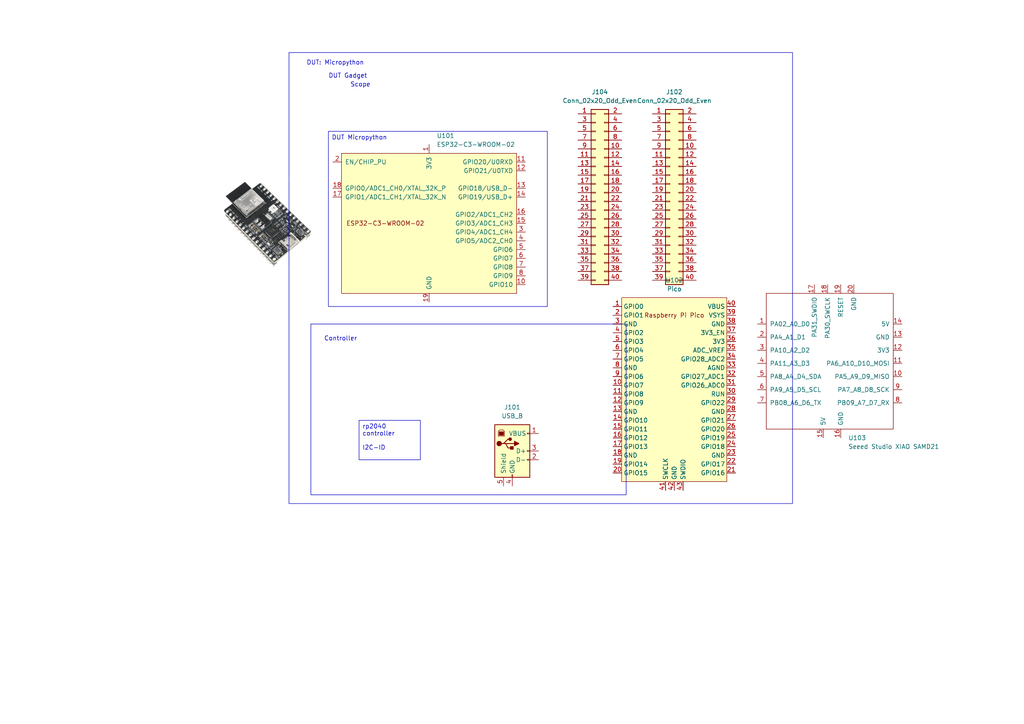
<source format=kicad_sch>
(kicad_sch (version 20230121) (generator eeschema)
  (paper "A4")
  (lib_symbols
    (symbol "00_project_library:Pico"
      (property "Reference" "U" (at -13.97 27.94 0))
      (property "Value" "Pico" (at 0 19.05 0))
      (symbol "Pico_0_0"
        (text "Raspberry Pi Pico" (at 0 21.59 0) (effects (font (size 1.27 1.27))))
      )
      (symbol "Pico_0_1"
        (rectangle (start -15.24 26.67) (end 15.24 -26.67) (fill (type background)))
      )
      (symbol "Pico_1_1"
        (pin bidirectional line (at -17.78 24.13 0) (length 2.54) (name "GPIO0") (number "1"))
        (pin bidirectional line (at -17.78 1.27 0) (length 2.54) (name "GPIO7") (number "10"))
        (pin bidirectional line (at -17.78 -1.27 0) (length 2.54) (name "GPIO8") (number "11"))
        (pin bidirectional line (at -17.78 -3.81 0) (length 2.54) (name "GPIO9") (number "12"))
        (pin power_in line (at -17.78 -6.35 0) (length 2.54) (name "GND") (number "13"))
        (pin bidirectional line (at -17.78 -8.89 0) (length 2.54) (name "GPIO10") (number "14"))
        (pin bidirectional line (at -17.78 -11.43 0) (length 2.54) (name "GPIO11") (number "15"))
        (pin bidirectional line (at -17.78 -13.97 0) (length 2.54) (name "GPIO12") (number "16"))
        (pin bidirectional line (at -17.78 -16.51 0) (length 2.54) (name "GPIO13") (number "17"))
        (pin power_in line (at -17.78 -19.05 0) (length 2.54) (name "GND") (number "18"))
        (pin bidirectional line (at -17.78 -21.59 0) (length 2.54) (name "GPIO14") (number "19"))
        (pin bidirectional line (at -17.78 21.59 0) (length 2.54) (name "GPIO1") (number "2"))
        (pin bidirectional line (at -17.78 -24.13 0) (length 2.54) (name "GPIO15") (number "20"))
        (pin bidirectional line (at 17.78 -24.13 180) (length 2.54) (name "GPIO16") (number "21"))
        (pin bidirectional line (at 17.78 -21.59 180) (length 2.54) (name "GPIO17") (number "22"))
        (pin power_in line (at 17.78 -19.05 180) (length 2.54) (name "GND") (number "23"))
        (pin bidirectional line (at 17.78 -16.51 180) (length 2.54) (name "GPIO18") (number "24"))
        (pin bidirectional line (at 17.78 -13.97 180) (length 2.54) (name "GPIO19") (number "25"))
        (pin bidirectional line (at 17.78 -11.43 180) (length 2.54) (name "GPIO20") (number "26"))
        (pin bidirectional line (at 17.78 -8.89 180) (length 2.54) (name "GPIO21") (number "27"))
        (pin power_in line (at 17.78 -6.35 180) (length 2.54) (name "GND") (number "28"))
        (pin bidirectional line (at 17.78 -3.81 180) (length 2.54) (name "GPIO22") (number "29"))
        (pin power_in line (at -17.78 19.05 0) (length 2.54) (name "GND") (number "3"))
        (pin input line (at 17.78 -1.27 180) (length 2.54) (name "RUN") (number "30"))
        (pin bidirectional line (at 17.78 1.27 180) (length 2.54) (name "GPIO26_ADC0") (number "31"))
        (pin bidirectional line (at 17.78 3.81 180) (length 2.54) (name "GPIO27_ADC1") (number "32"))
        (pin power_in line (at 17.78 6.35 180) (length 2.54) (name "AGND") (number "33"))
        (pin bidirectional line (at 17.78 8.89 180) (length 2.54) (name "GPIO28_ADC2") (number "34"))
        (pin power_in line (at 17.78 11.43 180) (length 2.54) (name "ADC_VREF") (number "35"))
        (pin power_in line (at 17.78 13.97 180) (length 2.54) (name "3V3") (number "36"))
        (pin input line (at 17.78 16.51 180) (length 2.54) (name "3V3_EN") (number "37"))
        (pin bidirectional line (at 17.78 19.05 180) (length 2.54) (name "GND") (number "38"))
        (pin power_in line (at 17.78 21.59 180) (length 2.54) (name "VSYS") (number "39"))
        (pin bidirectional line (at -17.78 16.51 0) (length 2.54) (name "GPIO2") (number "4"))
        (pin power_in line (at 17.78 24.13 180) (length 2.54) (name "VBUS") (number "40"))
        (pin input line (at -2.54 -29.21 90) (length 2.54) (name "SWCLK") (number "41"))
        (pin power_in line (at 0 -29.21 90) (length 2.54) (name "GND") (number "42"))
        (pin bidirectional line (at 2.54 -29.21 90) (length 2.54) (name "SWDIO") (number "43"))
        (pin bidirectional line (at -17.78 13.97 0) (length 2.54) (name "GPIO3") (number "5"))
        (pin bidirectional line (at -17.78 11.43 0) (length 2.54) (name "GPIO4") (number "6"))
        (pin bidirectional line (at -17.78 8.89 0) (length 2.54) (name "GPIO5") (number "7"))
        (pin power_in line (at -17.78 6.35 0) (length 2.54) (name "GND") (number "8"))
        (pin bidirectional line (at -17.78 3.81 0) (length 2.54) (name "GPIO6") (number "9"))
      )
    )
    (symbol "00_project_library:Seeed Studio XIAO SAMD21" (pin_names (offset 1.016))
      (property "Reference" "U" (at -19.05 22.86 0))
      (property "Value" "Seeed Studio XIAO SAMD21" (at -12.7 21.59 0))
      (symbol "Seeed Studio XIAO SAMD21_0_1"
        (rectangle (start -19.05 20.32) (end 17.78 -19.05))
      )
      (symbol "Seeed Studio XIAO SAMD21_1_1"
        (pin unspecified line (at -21.59 11.43 0) (length 2.54) (name "PA02_A0_D0") (number "1"))
        (pin unspecified line (at 20.32 -3.81 180) (length 2.54) (name "PA5_A9_D9_MISO") (number "10"))
        (pin unspecified line (at 20.32 0 180) (length 2.54) (name "PA6_A10_D10_MOSI") (number "11"))
        (pin unspecified line (at 20.32 3.81 180) (length 2.54) (name "3V3") (number "12"))
        (pin unspecified line (at 20.32 7.62 180) (length 2.54) (name "GND") (number "13"))
        (pin unspecified line (at 20.32 11.43 180) (length 2.54) (name "5V") (number "14"))
        (pin input line (at -2.54 -21.59 90) (length 2.54) (name "5V") (number "15"))
        (pin input line (at 2.54 -21.59 90) (length 2.54) (name "GND") (number "16"))
        (pin input line (at -5.08 22.86 270) (length 2.54) (name "PA31_SWDIO") (number "17"))
        (pin input line (at -1.27 22.86 270) (length 2.54) (name "PA30_SWCLK") (number "18"))
        (pin input line (at 2.54 22.86 270) (length 2.54) (name "RESET") (number "19"))
        (pin unspecified line (at -21.59 7.62 0) (length 2.54) (name "PA4_A1_D1") (number "2"))
        (pin input line (at 6.35 22.86 270) (length 2.54) (name "GND") (number "20"))
        (pin unspecified line (at -21.59 3.81 0) (length 2.54) (name "PA10_A2_D2") (number "3"))
        (pin unspecified line (at -21.59 0 0) (length 2.54) (name "PA11_A3_D3") (number "4"))
        (pin unspecified line (at -21.59 -3.81 0) (length 2.54) (name "PA8_A4_D4_SDA") (number "5"))
        (pin unspecified line (at -21.59 -7.62 0) (length 2.54) (name "PA9_A5_D5_SCL") (number "6"))
        (pin unspecified line (at -21.59 -11.43 0) (length 2.54) (name "PB08_A6_D6_TX") (number "7"))
        (pin unspecified line (at 20.32 -11.43 180) (length 2.54) (name "PB09_A7_D7_RX") (number "8"))
        (pin unspecified line (at 20.32 -7.62 180) (length 2.54) (name "PA7_A8_D8_SCK") (number "9"))
      )
    )
    (symbol "Connector:USB_B" (pin_names (offset 1.016))
      (property "Reference" "J" (at -5.08 11.43 0))
      (property "Value" "USB_B" (at -5.08 8.89 0))
      (symbol "USB_B_0_1"
        (rectangle (start -5.08 -7.62) (end 5.08 7.62) (stroke (width 0.254)) (fill (type background)))
        (circle (center -3.81 2.159) (radius 0.635) (stroke (width 0.254)) (fill (type outline)))
        (rectangle (start -3.81 5.588) (end -2.54 4.572) (fill (type outline)))
        (circle (center -0.635 3.429) (radius 0.381) (stroke (width 0.254)) (fill (type outline)))
        (rectangle (start -0.127 -7.62) (end 0.127 -6.858))
        (polyline (pts (xy -1.905 2.159) (xy 0.635 2.159)) (stroke (width 0.254)))
        (polyline (pts (xy -3.175 2.159) (xy -2.54 2.159) (xy -1.27 3.429) (xy -0.635 3.429)) (stroke (width 0.254)))
        (polyline (pts (xy -2.54 2.159) (xy -1.905 2.159) (xy -1.27 0.889) (xy 0 0.889)) (stroke (width 0.254)))
        (polyline (pts (xy 0.635 2.794) (xy 0.635 1.524) (xy 1.905 2.159) (xy 0.635 2.794)) (stroke (width 0.254)) (fill (type outline)))
        (polyline (pts (xy -4.064 4.318) (xy -2.286 4.318) (xy -2.286 5.715) (xy -2.667 6.096) (xy -3.683 6.096) (xy -4.064 5.715) (xy -4.064 4.318)))
        (rectangle (start 0.254 1.27) (end -0.508 0.508) (stroke (width 0.254)) (fill (type outline)))
        (rectangle (start 5.08 -2.667) (end 4.318 -2.413))
        (rectangle (start 5.08 -0.127) (end 4.318 0.127))
        (rectangle (start 5.08 4.953) (end 4.318 5.207))
      )
      (symbol "USB_B_1_1"
        (pin power_out line (at 7.62 5.08 180) (length 2.54) (name "VBUS") (number "1"))
        (pin bidirectional line (at 7.62 -2.54 180) (length 2.54) (name "D-") (number "2"))
        (pin bidirectional line (at 7.62 0 180) (length 2.54) (name "D+") (number "3"))
        (pin power_out line (at 0 -10.16 90) (length 2.54) (name "GND") (number "4"))
        (pin passive line (at -2.54 -10.16 90) (length 2.54) (name "Shield") (number "5"))
      )
    )
    (symbol "Connector_Generic:Conn_02x20_Odd_Even" (pin_names (offset 1.016) hide)
      (property "Reference" "J" (at 1.27 25.4 0))
      (property "Value" "Conn_02x20_Odd_Even" (at 1.27 -27.94 0))
      (symbol "Conn_02x20_Odd_Even_1_1"
        (rectangle (start -1.27 -25.273) (end 0 -25.527) (stroke (width 0.1524)))
        (rectangle (start -1.27 -22.733) (end 0 -22.987) (stroke (width 0.1524)))
        (rectangle (start -1.27 -20.193) (end 0 -20.447) (stroke (width 0.1524)))
        (rectangle (start -1.27 -17.653) (end 0 -17.907) (stroke (width 0.1524)))
        (rectangle (start -1.27 -15.113) (end 0 -15.367) (stroke (width 0.1524)))
        (rectangle (start -1.27 -12.573) (end 0 -12.827) (stroke (width 0.1524)))
        (rectangle (start -1.27 -10.033) (end 0 -10.287) (stroke (width 0.1524)))
        (rectangle (start -1.27 -7.493) (end 0 -7.747) (stroke (width 0.1524)))
        (rectangle (start -1.27 -4.953) (end 0 -5.207) (stroke (width 0.1524)))
        (rectangle (start -1.27 -2.413) (end 0 -2.667) (stroke (width 0.1524)))
        (rectangle (start -1.27 0.127) (end 0 -0.127) (stroke (width 0.1524)))
        (rectangle (start -1.27 2.667) (end 0 2.413) (stroke (width 0.1524)))
        (rectangle (start -1.27 5.207) (end 0 4.953) (stroke (width 0.1524)))
        (rectangle (start -1.27 7.747) (end 0 7.493) (stroke (width 0.1524)))
        (rectangle (start -1.27 10.287) (end 0 10.033) (stroke (width 0.1524)))
        (rectangle (start -1.27 12.827) (end 0 12.573) (stroke (width 0.1524)))
        (rectangle (start -1.27 15.367) (end 0 15.113) (stroke (width 0.1524)))
        (rectangle (start -1.27 17.907) (end 0 17.653) (stroke (width 0.1524)))
        (rectangle (start -1.27 20.447) (end 0 20.193) (stroke (width 0.1524)))
        (rectangle (start -1.27 22.987) (end 0 22.733) (stroke (width 0.1524)))
        (rectangle (start -1.27 24.13) (end 3.81 -26.67) (stroke (width 0.254)) (fill (type background)))
        (rectangle (start 3.81 -25.273) (end 2.54 -25.527) (stroke (width 0.1524)))
        (rectangle (start 3.81 -22.733) (end 2.54 -22.987) (stroke (width 0.1524)))
        (rectangle (start 3.81 -20.193) (end 2.54 -20.447) (stroke (width 0.1524)))
        (rectangle (start 3.81 -17.653) (end 2.54 -17.907) (stroke (width 0.1524)))
        (rectangle (start 3.81 -15.113) (end 2.54 -15.367) (stroke (width 0.1524)))
        (rectangle (start 3.81 -12.573) (end 2.54 -12.827) (stroke (width 0.1524)))
        (rectangle (start 3.81 -10.033) (end 2.54 -10.287) (stroke (width 0.1524)))
        (rectangle (start 3.81 -7.493) (end 2.54 -7.747) (stroke (width 0.1524)))
        (rectangle (start 3.81 -4.953) (end 2.54 -5.207) (stroke (width 0.1524)))
        (rectangle (start 3.81 -2.413) (end 2.54 -2.667) (stroke (width 0.1524)))
        (rectangle (start 3.81 0.127) (end 2.54 -0.127) (stroke (width 0.1524)))
        (rectangle (start 3.81 2.667) (end 2.54 2.413) (stroke (width 0.1524)))
        (rectangle (start 3.81 5.207) (end 2.54 4.953) (stroke (width 0.1524)))
        (rectangle (start 3.81 7.747) (end 2.54 7.493) (stroke (width 0.1524)))
        (rectangle (start 3.81 10.287) (end 2.54 10.033) (stroke (width 0.1524)))
        (rectangle (start 3.81 12.827) (end 2.54 12.573) (stroke (width 0.1524)))
        (rectangle (start 3.81 15.367) (end 2.54 15.113) (stroke (width 0.1524)))
        (rectangle (start 3.81 17.907) (end 2.54 17.653) (stroke (width 0.1524)))
        (rectangle (start 3.81 20.447) (end 2.54 20.193) (stroke (width 0.1524)))
        (rectangle (start 3.81 22.987) (end 2.54 22.733) (stroke (width 0.1524)))
        (pin passive line (at -5.08 22.86 0) (length 3.81) (name "Pin_1") (number "1"))
        (pin passive line (at 7.62 12.7 180) (length 3.81) (name "Pin_10") (number "10"))
        (pin passive line (at -5.08 10.16 0) (length 3.81) (name "Pin_11") (number "11"))
        (pin passive line (at 7.62 10.16 180) (length 3.81) (name "Pin_12") (number "12"))
        (pin passive line (at -5.08 7.62 0) (length 3.81) (name "Pin_13") (number "13"))
        (pin passive line (at 7.62 7.62 180) (length 3.81) (name "Pin_14") (number "14"))
        (pin passive line (at -5.08 5.08 0) (length 3.81) (name "Pin_15") (number "15"))
        (pin passive line (at 7.62 5.08 180) (length 3.81) (name "Pin_16") (number "16"))
        (pin passive line (at -5.08 2.54 0) (length 3.81) (name "Pin_17") (number "17"))
        (pin passive line (at 7.62 2.54 180) (length 3.81) (name "Pin_18") (number "18"))
        (pin passive line (at -5.08 0 0) (length 3.81) (name "Pin_19") (number "19"))
        (pin passive line (at 7.62 22.86 180) (length 3.81) (name "Pin_2") (number "2"))
        (pin passive line (at 7.62 0 180) (length 3.81) (name "Pin_20") (number "20"))
        (pin passive line (at -5.08 -2.54 0) (length 3.81) (name "Pin_21") (number "21"))
        (pin passive line (at 7.62 -2.54 180) (length 3.81) (name "Pin_22") (number "22"))
        (pin passive line (at -5.08 -5.08 0) (length 3.81) (name "Pin_23") (number "23"))
        (pin passive line (at 7.62 -5.08 180) (length 3.81) (name "Pin_24") (number "24"))
        (pin passive line (at -5.08 -7.62 0) (length 3.81) (name "Pin_25") (number "25"))
        (pin passive line (at 7.62 -7.62 180) (length 3.81) (name "Pin_26") (number "26"))
        (pin passive line (at -5.08 -10.16 0) (length 3.81) (name "Pin_27") (number "27"))
        (pin passive line (at 7.62 -10.16 180) (length 3.81) (name "Pin_28") (number "28"))
        (pin passive line (at -5.08 -12.7 0) (length 3.81) (name "Pin_29") (number "29"))
        (pin passive line (at -5.08 20.32 0) (length 3.81) (name "Pin_3") (number "3"))
        (pin passive line (at 7.62 -12.7 180) (length 3.81) (name "Pin_30") (number "30"))
        (pin passive line (at -5.08 -15.24 0) (length 3.81) (name "Pin_31") (number "31"))
        (pin passive line (at 7.62 -15.24 180) (length 3.81) (name "Pin_32") (number "32"))
        (pin passive line (at -5.08 -17.78 0) (length 3.81) (name "Pin_33") (number "33"))
        (pin passive line (at 7.62 -17.78 180) (length 3.81) (name "Pin_34") (number "34"))
        (pin passive line (at -5.08 -20.32 0) (length 3.81) (name "Pin_35") (number "35"))
        (pin passive line (at 7.62 -20.32 180) (length 3.81) (name "Pin_36") (number "36"))
        (pin passive line (at -5.08 -22.86 0) (length 3.81) (name "Pin_37") (number "37"))
        (pin passive line (at 7.62 -22.86 180) (length 3.81) (name "Pin_38") (number "38"))
        (pin passive line (at -5.08 -25.4 0) (length 3.81) (name "Pin_39") (number "39"))
        (pin passive line (at 7.62 20.32 180) (length 3.81) (name "Pin_4") (number "4"))
        (pin passive line (at 7.62 -25.4 180) (length 3.81) (name "Pin_40") (number "40"))
        (pin passive line (at -5.08 17.78 0) (length 3.81) (name "Pin_5") (number "5"))
        (pin passive line (at 7.62 17.78 180) (length 3.81) (name "Pin_6") (number "6"))
        (pin passive line (at -5.08 15.24 0) (length 3.81) (name "Pin_7") (number "7"))
        (pin passive line (at 7.62 15.24 180) (length 3.81) (name "Pin_8") (number "8"))
        (pin passive line (at -5.08 12.7 0) (length 3.81) (name "Pin_9") (number "9"))
      )
    )
    (symbol "PCM_Espressif:ESP32-C3-WROOM-02" (pin_names (offset 1.016))
      (property "Reference" "U" (at -25.4 25.4 0))
      (property "Value" "ESP32-C3-WROOM-02" (at -25.4 22.86 0))
      (symbol "ESP32-C3-WROOM-02_0_0"
        (text "ESP32-C3-WROOM-02" (at -12.7 0 0) (effects (font (size 1.27 1.27))))
      )
      (symbol "ESP32-C3-WROOM-02_0_1"
        (rectangle (start 25.4 20.32) (end -25.4 -20.32) (fill (type background)))
      )
      (symbol "ESP32-C3-WROOM-02_1_1"
        (pin power_in line (at 0 22.86 270) (length 2.54) (name "3V3") (number "1"))
        (pin bidirectional line (at 27.94 -17.78 180) (length 2.54) (name "GPIO10") (number "10"))
        (pin bidirectional line (at 27.94 17.78 180) (length 2.54) (name "GPIO20/U0RXD") (number "11"))
        (pin bidirectional line (at 27.94 15.24 180) (length 2.54) (name "GPIO21/U0TXD") (number "12"))
        (pin bidirectional line (at 27.94 10.16 180) (length 2.54) (name "GPIO18/USB_D-") (number "13"))
        (pin bidirectional line (at 27.94 7.62 180) (length 2.54) (name "GPIO19/USB_D+") (number "14"))
        (pin bidirectional line (at 27.94 0 180) (length 2.54) (name "GPIO3/ADC1_CH3") (number "15"))
        (pin bidirectional line (at 27.94 2.54 180) (length 2.54) (name "GPIO2/ADC1_CH2") (number "16"))
        (pin bidirectional line (at -27.94 7.62 0) (length 2.54) (name "GPIO1/ADC1_CH1/XTAL_32K_N") (number "17"))
        (pin bidirectional line (at -27.94 10.16 0) (length 2.54) (name "GPIO0/ADC1_CH0/XTAL_32K_P") (number "18"))
        (pin power_in line (at 0 -22.86 90) (length 2.54) (name "GND") (number "19"))
        (pin input line (at -27.94 17.78 0) (length 2.54) (name "EN/CHIP_PU") (number "2"))
        (pin bidirectional line (at 27.94 -2.54 180) (length 2.54) (name "GPIO4/ADC1_CH4") (number "3"))
        (pin bidirectional line (at 27.94 -5.08 180) (length 2.54) (name "GPIO5/ADC2_CH0") (number "4"))
        (pin bidirectional line (at 27.94 -7.62 180) (length 2.54) (name "GPIO6") (number "5"))
        (pin bidirectional line (at 27.94 -10.16 180) (length 2.54) (name "GPIO7") (number "6"))
        (pin bidirectional line (at 27.94 -12.7 180) (length 2.54) (name "GPIO8") (number "7"))
        (pin bidirectional line (at 27.94 -15.24 180) (length 2.54) (name "GPIO9") (number "8"))
        (pin passive line (at 0 -22.86 90) (length 2.54) hide (name "GND") (number "9"))
      )
    )
  )
  (rectangle (start 83.82 15.24) (end 229.87 146.05))
  (rectangle (start 90.17 93.98) (end 181.61 143.51))
  (image (at 77.47 64.77) (scale 0.379051))
  (text_box "DUT Micropython" (at 95.25 38.1 0) (size 63.5 50.8) (effects (font (size 1.27 1.27)) (justify left top)))
  (text_box "rp2040\ncontroller\n\nI2C-ID" (at 104.14 121.92 0) (size 17.78 11.43) (effects (font (size 1.27 1.27)) (justify left top)))
  (text "DUT: Micropython" (at 88.9 19.05 0) (effects (font (size 1.27 1.27)) (justify left bottom)))
  (text "Controller" (at 93.98 99.06 0) (effects (font (size 1.27 1.27)) (justify left bottom)))
  (text "DUT Gadget" (at 95.25 22.86 0) (effects (font (size 1.27 1.27)) (justify left bottom)))
  (text "Scope" (at 101.6 25.4 0) (effects (font (size 1.27 1.27)) (justify left bottom)))
  (symbol (lib_id "Connector_Generic:Conn_02x20_Odd_Even") (at 194.31 55.88 0) (unit 1)
    (property "Reference" "J102" (at 195.58 26.67 0))
    (property "Value" "Conn_02x20_Odd_Even" (at 195.58 29.21 0))
    (property "Footprint" "Connector_PinSocket_2.54mm:PinSocket_2x20_P2.54mm_Vertical" (effects hide))
  )
  (symbol (lib_id "PCM_Espressif:ESP32-C3-WROOM-02") (at 124.46 64.77 0) (unit 1)
    (property "Reference" "U101" (at 126.6541 39.37 0) (effects (justify left)))
    (property "Value" "ESP32-C3-WROOM-02" (at 126.6541 41.91 0) (effects (justify left)))
    (property "Footprint" "PCM_Espressif:ESP32-C3-WROOM-02" (effects hide))
    (property "Datasheet" "https://www.espressif.com/sites/default/files/documentation/esp32-c3-wroom-02_datasheet_en.pdf" (effects hide))
  )
  (symbol (lib_id "00_project_library:Pico") (at 195.58 113.03 0) (unit 1)
    (property "Reference" "U102" (at 195.58 81.28 0))
    (property "Value" "Pico" (at 195.58 83.82 0))
    (property "Footprint" "00_project_library:RPi_Pico_SMD_TH" (effects hide))
  )
  (symbol (lib_id "Connector_Generic:Conn_02x20_Odd_Even") (at 172.72 55.88 0) (unit 1)
    (property "Reference" "J104" (at 173.99 26.67 0))
    (property "Value" "Conn_02x20_Odd_Even" (at 173.99 29.21 0))
    (property "Footprint" "Connector_PinHeader_2.54mm:PinHeader_2x20_P2.54mm_Vertical" (effects hide))
  )
  (symbol (lib_id "Connector:USB_B") (at 148.59 130.81 0) (unit 1)
    (property "Reference" "J101" (at 148.59 118.11 0))
    (property "Value" "USB_B" (at 148.59 120.65 0))
    (property "Datasheet" " ~" (effects hide))
  )
  (symbol (lib_id "00_project_library:Seeed Studio XIAO SAMD21") (at 241.3 105.41 0) (unit 1)
    (property "Reference" "U103" (at 246.0341 127 0) (effects (justify left)))
    (property "Value" "Seeed Studio XIAO SAMD21" (at 246.0341 129.54 0) (effects (justify left)))
    (property "Footprint" "00_project_library:XIAO-SAMD21-RP2040-14P-2.54-21X17.8MM (Seeeduino XIAO)" (effects hide))
  )
)
</source>
